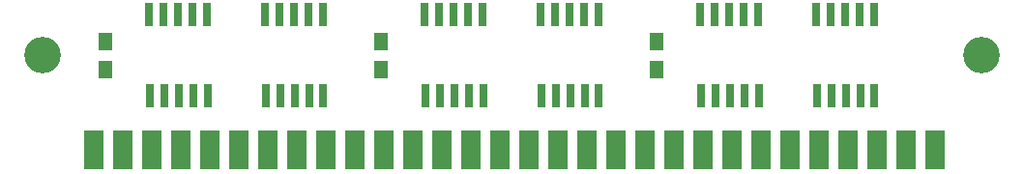
<source format=gbr>
%TF.GenerationSoftware,KiCad,Pcbnew,(5.1.9)-1*%
%TF.CreationDate,2021-01-13T00:43:24+11:00*%
%TF.ProjectId,1M-30pinsimm,314d2d33-3070-4696-9e73-696d6d2e6b69,rev?*%
%TF.SameCoordinates,Original*%
%TF.FileFunction,Soldermask,Top*%
%TF.FilePolarity,Negative*%
%FSLAX46Y46*%
G04 Gerber Fmt 4.6, Leading zero omitted, Abs format (unit mm)*
G04 Created by KiCad (PCBNEW (5.1.9)-1) date 2021-01-13 00:43:24*
%MOMM*%
%LPD*%
G01*
G04 APERTURE LIST*
%ADD10R,0.800000X2.000000*%
%ADD11R,1.250000X1.500000*%
%ADD12C,3.200000*%
%ADD13R,1.780000X3.500000*%
G04 APERTURE END LIST*
D10*
%TO.C,U3*%
X175387000Y-120396000D03*
X176657000Y-120396000D03*
X177927000Y-120396000D03*
X179197000Y-120396000D03*
X180467000Y-120396000D03*
X185547000Y-120396000D03*
X186817000Y-120396000D03*
X188087000Y-120396000D03*
X189357000Y-120396000D03*
X190500000Y-120396000D03*
X190500000Y-113284000D03*
X189230000Y-113284000D03*
X187960000Y-113284000D03*
X186690000Y-113284000D03*
X185420000Y-113284000D03*
X180340000Y-113284000D03*
X179070000Y-113284000D03*
X177800000Y-113284000D03*
X176530000Y-113284000D03*
X175260000Y-113284000D03*
%TD*%
D11*
%TO.C,C3*%
X171450000Y-115590000D03*
X171450000Y-118090000D03*
%TD*%
%TO.C,C2*%
X147320000Y-115590000D03*
X147320000Y-118090000D03*
%TD*%
%TO.C,C1*%
X123190000Y-115590000D03*
X123190000Y-118090000D03*
%TD*%
D12*
%TO.C,H2*%
X199898000Y-116840000D03*
%TD*%
%TO.C,H1*%
X117729000Y-116840000D03*
%TD*%
D10*
%TO.C,U2*%
X151257000Y-120396000D03*
X152527000Y-120396000D03*
X153797000Y-120396000D03*
X155067000Y-120396000D03*
X156337000Y-120396000D03*
X161417000Y-120396000D03*
X162687000Y-120396000D03*
X163957000Y-120396000D03*
X165227000Y-120396000D03*
X166370000Y-120396000D03*
X166370000Y-113284000D03*
X165100000Y-113284000D03*
X163830000Y-113284000D03*
X162560000Y-113284000D03*
X161290000Y-113284000D03*
X156210000Y-113284000D03*
X154940000Y-113284000D03*
X153670000Y-113284000D03*
X152400000Y-113284000D03*
X151130000Y-113284000D03*
%TD*%
%TO.C,U1*%
X127127000Y-120396000D03*
X128397000Y-120396000D03*
X129667000Y-120396000D03*
X130937000Y-120396000D03*
X132207000Y-120396000D03*
X137287000Y-120396000D03*
X138557000Y-120396000D03*
X139827000Y-120396000D03*
X141097000Y-120396000D03*
X142240000Y-120396000D03*
X142240000Y-113284000D03*
X140970000Y-113284000D03*
X139700000Y-113284000D03*
X138430000Y-113284000D03*
X137160000Y-113284000D03*
X132080000Y-113284000D03*
X130810000Y-113284000D03*
X129540000Y-113284000D03*
X128270000Y-113284000D03*
X127000000Y-113284000D03*
%TD*%
D13*
%TO.C,B1*%
X172974000Y-125098000D03*
X170434000Y-125098000D03*
X193294000Y-125098000D03*
X190754000Y-125098000D03*
X188214000Y-125098000D03*
X167894000Y-125098000D03*
X195834000Y-125098000D03*
X185674000Y-125098000D03*
X162814000Y-125098000D03*
X183134000Y-125098000D03*
X175514000Y-125098000D03*
X165354000Y-125098000D03*
X180594000Y-125098000D03*
X178054000Y-125098000D03*
X150114000Y-125098000D03*
X147574000Y-125098000D03*
X145034000Y-125098000D03*
X160274000Y-125098000D03*
X152654000Y-125098000D03*
X142494000Y-125098000D03*
X157734000Y-125098000D03*
X155194000Y-125098000D03*
X137414000Y-125098000D03*
X139954000Y-125098000D03*
X134874000Y-125098000D03*
X132334000Y-125098000D03*
X129794000Y-125098000D03*
X127254000Y-125098000D03*
X124714000Y-125098000D03*
X122174000Y-125098000D03*
%TD*%
M02*

</source>
